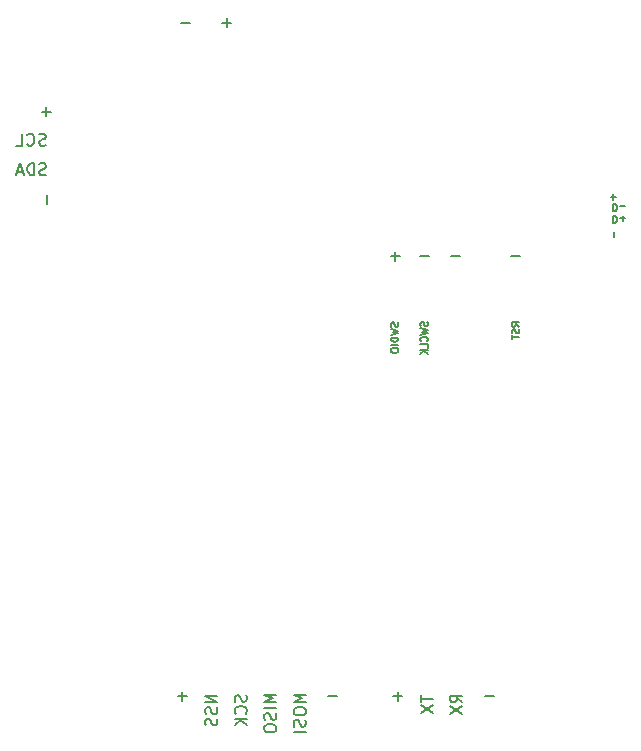
<source format=gbr>
%TF.GenerationSoftware,KiCad,Pcbnew,(5.1.9)-1*%
%TF.CreationDate,2021-01-20T19:31:44-08:00*%
%TF.ProjectId,STM32_BOB,53544d33-325f-4424-9f42-2e6b69636164,rev?*%
%TF.SameCoordinates,Original*%
%TF.FileFunction,Legend,Bot*%
%TF.FilePolarity,Positive*%
%FSLAX46Y46*%
G04 Gerber Fmt 4.6, Leading zero omitted, Abs format (unit mm)*
G04 Created by KiCad (PCBNEW (5.1.9)-1) date 2021-01-20 19:31:44*
%MOMM*%
%LPD*%
G01*
G04 APERTURE LIST*
%ADD10C,0.150000*%
G04 APERTURE END LIST*
D10*
X132242857Y-90928571D02*
X132271428Y-91014285D01*
X132271428Y-91157142D01*
X132242857Y-91214285D01*
X132214285Y-91242857D01*
X132157142Y-91271428D01*
X132100000Y-91271428D01*
X132042857Y-91242857D01*
X132014285Y-91214285D01*
X131985714Y-91157142D01*
X131957142Y-91042857D01*
X131928571Y-90985714D01*
X131900000Y-90957142D01*
X131842857Y-90928571D01*
X131785714Y-90928571D01*
X131728571Y-90957142D01*
X131700000Y-90985714D01*
X131671428Y-91042857D01*
X131671428Y-91185714D01*
X131700000Y-91271428D01*
X131671428Y-91471428D02*
X132271428Y-91614285D01*
X131842857Y-91728571D01*
X132271428Y-91842857D01*
X131671428Y-91985714D01*
X132271428Y-92214285D02*
X131671428Y-92214285D01*
X131671428Y-92357142D01*
X131700000Y-92442857D01*
X131757142Y-92500000D01*
X131814285Y-92528571D01*
X131928571Y-92557142D01*
X132014285Y-92557142D01*
X132128571Y-92528571D01*
X132185714Y-92500000D01*
X132242857Y-92442857D01*
X132271428Y-92357142D01*
X132271428Y-92214285D01*
X132271428Y-92814285D02*
X131671428Y-92814285D01*
X131671428Y-93214285D02*
X131671428Y-93328571D01*
X131700000Y-93385714D01*
X131757142Y-93442857D01*
X131871428Y-93471428D01*
X132071428Y-93471428D01*
X132185714Y-93442857D01*
X132242857Y-93385714D01*
X132271428Y-93328571D01*
X132271428Y-93214285D01*
X132242857Y-93157142D01*
X132185714Y-93100000D01*
X132071428Y-93071428D01*
X131871428Y-93071428D01*
X131757142Y-93100000D01*
X131700000Y-93157142D01*
X131671428Y-93214285D01*
X134742857Y-90892857D02*
X134771428Y-90978571D01*
X134771428Y-91121428D01*
X134742857Y-91178571D01*
X134714285Y-91207142D01*
X134657142Y-91235714D01*
X134600000Y-91235714D01*
X134542857Y-91207142D01*
X134514285Y-91178571D01*
X134485714Y-91121428D01*
X134457142Y-91007142D01*
X134428571Y-90950000D01*
X134400000Y-90921428D01*
X134342857Y-90892857D01*
X134285714Y-90892857D01*
X134228571Y-90921428D01*
X134200000Y-90950000D01*
X134171428Y-91007142D01*
X134171428Y-91150000D01*
X134200000Y-91235714D01*
X134171428Y-91435714D02*
X134771428Y-91578571D01*
X134342857Y-91692857D01*
X134771428Y-91807142D01*
X134171428Y-91950000D01*
X134714285Y-92521428D02*
X134742857Y-92492857D01*
X134771428Y-92407142D01*
X134771428Y-92350000D01*
X134742857Y-92264285D01*
X134685714Y-92207142D01*
X134628571Y-92178571D01*
X134514285Y-92150000D01*
X134428571Y-92150000D01*
X134314285Y-92178571D01*
X134257142Y-92207142D01*
X134200000Y-92264285D01*
X134171428Y-92350000D01*
X134171428Y-92407142D01*
X134200000Y-92492857D01*
X134228571Y-92521428D01*
X134771428Y-93064285D02*
X134771428Y-92778571D01*
X134171428Y-92778571D01*
X134771428Y-93264285D02*
X134171428Y-93264285D01*
X134771428Y-93607142D02*
X134428571Y-93350000D01*
X134171428Y-93607142D02*
X134514285Y-93264285D01*
X142521428Y-91271428D02*
X142235714Y-91071428D01*
X142521428Y-90928571D02*
X141921428Y-90928571D01*
X141921428Y-91157142D01*
X141950000Y-91214285D01*
X141978571Y-91242857D01*
X142035714Y-91271428D01*
X142121428Y-91271428D01*
X142178571Y-91242857D01*
X142207142Y-91214285D01*
X142235714Y-91157142D01*
X142235714Y-90928571D01*
X142492857Y-91500000D02*
X142521428Y-91585714D01*
X142521428Y-91728571D01*
X142492857Y-91785714D01*
X142464285Y-91814285D01*
X142407142Y-91842857D01*
X142350000Y-91842857D01*
X142292857Y-91814285D01*
X142264285Y-91785714D01*
X142235714Y-91728571D01*
X142207142Y-91614285D01*
X142178571Y-91557142D01*
X142150000Y-91528571D01*
X142092857Y-91500000D01*
X142035714Y-91500000D01*
X141978571Y-91528571D01*
X141950000Y-91557142D01*
X141921428Y-91614285D01*
X141921428Y-91757142D01*
X141950000Y-91842857D01*
X141921428Y-92014285D02*
X141921428Y-92357142D01*
X142521428Y-92185714D02*
X141921428Y-92185714D01*
X134930952Y-85321428D02*
X134169047Y-85321428D01*
X142580952Y-85321428D02*
X141819047Y-85321428D01*
X137480952Y-85321428D02*
X136719047Y-85321428D01*
X132430952Y-85321428D02*
X131669047Y-85321428D01*
X132050000Y-85702380D02*
X132050000Y-84940476D01*
X150471428Y-81878571D02*
X150471428Y-82478571D01*
X150614285Y-82478571D01*
X150700000Y-82450000D01*
X150757142Y-82392857D01*
X150785714Y-82335714D01*
X150814285Y-82221428D01*
X150814285Y-82135714D01*
X150785714Y-82021428D01*
X150757142Y-81964285D01*
X150700000Y-81907142D01*
X150614285Y-81878571D01*
X150471428Y-81878571D01*
X151071428Y-82107142D02*
X151528571Y-82107142D01*
X151300000Y-81878571D02*
X151300000Y-82335714D01*
X150471428Y-80878571D02*
X150471428Y-81478571D01*
X150614285Y-81478571D01*
X150700000Y-81450000D01*
X150757142Y-81392857D01*
X150785714Y-81335714D01*
X150814285Y-81221428D01*
X150814285Y-81135714D01*
X150785714Y-81021428D01*
X150757142Y-80964285D01*
X150700000Y-80907142D01*
X150614285Y-80878571D01*
X150471428Y-80878571D01*
X151071428Y-81107142D02*
X151528571Y-81107142D01*
X102440476Y-75904761D02*
X102297619Y-75952380D01*
X102059523Y-75952380D01*
X101964285Y-75904761D01*
X101916666Y-75857142D01*
X101869047Y-75761904D01*
X101869047Y-75666666D01*
X101916666Y-75571428D01*
X101964285Y-75523809D01*
X102059523Y-75476190D01*
X102250000Y-75428571D01*
X102345238Y-75380952D01*
X102392857Y-75333333D01*
X102440476Y-75238095D01*
X102440476Y-75142857D01*
X102392857Y-75047619D01*
X102345238Y-75000000D01*
X102250000Y-74952380D01*
X102011904Y-74952380D01*
X101869047Y-75000000D01*
X100869047Y-75857142D02*
X100916666Y-75904761D01*
X101059523Y-75952380D01*
X101154761Y-75952380D01*
X101297619Y-75904761D01*
X101392857Y-75809523D01*
X101440476Y-75714285D01*
X101488095Y-75523809D01*
X101488095Y-75380952D01*
X101440476Y-75190476D01*
X101392857Y-75095238D01*
X101297619Y-75000000D01*
X101154761Y-74952380D01*
X101059523Y-74952380D01*
X100916666Y-75000000D01*
X100869047Y-75047619D01*
X99964285Y-75952380D02*
X100440476Y-75952380D01*
X100440476Y-74952380D01*
X102464285Y-78404761D02*
X102321428Y-78452380D01*
X102083333Y-78452380D01*
X101988095Y-78404761D01*
X101940476Y-78357142D01*
X101892857Y-78261904D01*
X101892857Y-78166666D01*
X101940476Y-78071428D01*
X101988095Y-78023809D01*
X102083333Y-77976190D01*
X102273809Y-77928571D01*
X102369047Y-77880952D01*
X102416666Y-77833333D01*
X102464285Y-77738095D01*
X102464285Y-77642857D01*
X102416666Y-77547619D01*
X102369047Y-77500000D01*
X102273809Y-77452380D01*
X102035714Y-77452380D01*
X101892857Y-77500000D01*
X101464285Y-78452380D02*
X101464285Y-77452380D01*
X101226190Y-77452380D01*
X101083333Y-77500000D01*
X100988095Y-77595238D01*
X100940476Y-77690476D01*
X100892857Y-77880952D01*
X100892857Y-78023809D01*
X100940476Y-78214285D01*
X100988095Y-78309523D01*
X101083333Y-78404761D01*
X101226190Y-78452380D01*
X101464285Y-78452380D01*
X100511904Y-78166666D02*
X100035714Y-78166666D01*
X100607142Y-78452380D02*
X100273809Y-77452380D01*
X99940476Y-78452380D01*
X116952380Y-122511904D02*
X115952380Y-122511904D01*
X116952380Y-123083333D01*
X115952380Y-123083333D01*
X116904761Y-123511904D02*
X116952380Y-123654761D01*
X116952380Y-123892857D01*
X116904761Y-123988095D01*
X116857142Y-124035714D01*
X116761904Y-124083333D01*
X116666666Y-124083333D01*
X116571428Y-124035714D01*
X116523809Y-123988095D01*
X116476190Y-123892857D01*
X116428571Y-123702380D01*
X116380952Y-123607142D01*
X116333333Y-123559523D01*
X116238095Y-123511904D01*
X116142857Y-123511904D01*
X116047619Y-123559523D01*
X116000000Y-123607142D01*
X115952380Y-123702380D01*
X115952380Y-123940476D01*
X116000000Y-124083333D01*
X116904761Y-124464285D02*
X116952380Y-124607142D01*
X116952380Y-124845238D01*
X116904761Y-124940476D01*
X116857142Y-124988095D01*
X116761904Y-125035714D01*
X116666666Y-125035714D01*
X116571428Y-124988095D01*
X116523809Y-124940476D01*
X116476190Y-124845238D01*
X116428571Y-124654761D01*
X116380952Y-124559523D01*
X116333333Y-124511904D01*
X116238095Y-124464285D01*
X116142857Y-124464285D01*
X116047619Y-124511904D01*
X116000000Y-124559523D01*
X115952380Y-124654761D01*
X115952380Y-124892857D01*
X116000000Y-125035714D01*
X119404761Y-122464285D02*
X119452380Y-122607142D01*
X119452380Y-122845238D01*
X119404761Y-122940476D01*
X119357142Y-122988095D01*
X119261904Y-123035714D01*
X119166666Y-123035714D01*
X119071428Y-122988095D01*
X119023809Y-122940476D01*
X118976190Y-122845238D01*
X118928571Y-122654761D01*
X118880952Y-122559523D01*
X118833333Y-122511904D01*
X118738095Y-122464285D01*
X118642857Y-122464285D01*
X118547619Y-122511904D01*
X118500000Y-122559523D01*
X118452380Y-122654761D01*
X118452380Y-122892857D01*
X118500000Y-123035714D01*
X119357142Y-124035714D02*
X119404761Y-123988095D01*
X119452380Y-123845238D01*
X119452380Y-123750000D01*
X119404761Y-123607142D01*
X119309523Y-123511904D01*
X119214285Y-123464285D01*
X119023809Y-123416666D01*
X118880952Y-123416666D01*
X118690476Y-123464285D01*
X118595238Y-123511904D01*
X118500000Y-123607142D01*
X118452380Y-123750000D01*
X118452380Y-123845238D01*
X118500000Y-123988095D01*
X118547619Y-124035714D01*
X119452380Y-124464285D02*
X118452380Y-124464285D01*
X119452380Y-125035714D02*
X118880952Y-124607142D01*
X118452380Y-125035714D02*
X119023809Y-124464285D01*
X121952380Y-122428571D02*
X120952380Y-122428571D01*
X121666666Y-122761904D01*
X120952380Y-123095238D01*
X121952380Y-123095238D01*
X121952380Y-123571428D02*
X120952380Y-123571428D01*
X121904761Y-124000000D02*
X121952380Y-124142857D01*
X121952380Y-124380952D01*
X121904761Y-124476190D01*
X121857142Y-124523809D01*
X121761904Y-124571428D01*
X121666666Y-124571428D01*
X121571428Y-124523809D01*
X121523809Y-124476190D01*
X121476190Y-124380952D01*
X121428571Y-124190476D01*
X121380952Y-124095238D01*
X121333333Y-124047619D01*
X121238095Y-124000000D01*
X121142857Y-124000000D01*
X121047619Y-124047619D01*
X121000000Y-124095238D01*
X120952380Y-124190476D01*
X120952380Y-124428571D01*
X121000000Y-124571428D01*
X120952380Y-125190476D02*
X120952380Y-125380952D01*
X121000000Y-125476190D01*
X121095238Y-125571428D01*
X121285714Y-125619047D01*
X121619047Y-125619047D01*
X121809523Y-125571428D01*
X121904761Y-125476190D01*
X121952380Y-125380952D01*
X121952380Y-125190476D01*
X121904761Y-125095238D01*
X121809523Y-125000000D01*
X121619047Y-124952380D01*
X121285714Y-124952380D01*
X121095238Y-125000000D01*
X121000000Y-125095238D01*
X120952380Y-125190476D01*
X124452380Y-122428571D02*
X123452380Y-122428571D01*
X124166666Y-122761904D01*
X123452380Y-123095238D01*
X124452380Y-123095238D01*
X123452380Y-123761904D02*
X123452380Y-123952380D01*
X123500000Y-124047619D01*
X123595238Y-124142857D01*
X123785714Y-124190476D01*
X124119047Y-124190476D01*
X124309523Y-124142857D01*
X124404761Y-124047619D01*
X124452380Y-123952380D01*
X124452380Y-123761904D01*
X124404761Y-123666666D01*
X124309523Y-123571428D01*
X124119047Y-123523809D01*
X123785714Y-123523809D01*
X123595238Y-123571428D01*
X123500000Y-123666666D01*
X123452380Y-123761904D01*
X124404761Y-124571428D02*
X124452380Y-124714285D01*
X124452380Y-124952380D01*
X124404761Y-125047619D01*
X124357142Y-125095238D01*
X124261904Y-125142857D01*
X124166666Y-125142857D01*
X124071428Y-125095238D01*
X124023809Y-125047619D01*
X123976190Y-124952380D01*
X123928571Y-124761904D01*
X123880952Y-124666666D01*
X123833333Y-124619047D01*
X123738095Y-124571428D01*
X123642857Y-124571428D01*
X123547619Y-124619047D01*
X123500000Y-124666666D01*
X123452380Y-124761904D01*
X123452380Y-125000000D01*
X123500000Y-125142857D01*
X124452380Y-125571428D02*
X123452380Y-125571428D01*
X134202380Y-122488095D02*
X134202380Y-123059523D01*
X135202380Y-122773809D02*
X134202380Y-122773809D01*
X134202380Y-123297619D02*
X135202380Y-123964285D01*
X134202380Y-123964285D02*
X135202380Y-123297619D01*
X137702380Y-123083333D02*
X137226190Y-122750000D01*
X137702380Y-122511904D02*
X136702380Y-122511904D01*
X136702380Y-122892857D01*
X136750000Y-122988095D01*
X136797619Y-123035714D01*
X136892857Y-123083333D01*
X137035714Y-123083333D01*
X137130952Y-123035714D01*
X137178571Y-122988095D01*
X137226190Y-122892857D01*
X137226190Y-122511904D01*
X136702380Y-123416666D02*
X137702380Y-124083333D01*
X136702380Y-124083333D02*
X137702380Y-123416666D01*
X102880952Y-73071428D02*
X102119047Y-73071428D01*
X102500000Y-73452380D02*
X102500000Y-72690476D01*
X102571428Y-80119047D02*
X102571428Y-80880952D01*
X127130952Y-122571428D02*
X126369047Y-122571428D01*
X114380952Y-122571428D02*
X113619047Y-122571428D01*
X114000000Y-122952380D02*
X114000000Y-122190476D01*
X140380952Y-122571428D02*
X139619047Y-122571428D01*
X132630952Y-122571428D02*
X131869047Y-122571428D01*
X132250000Y-122952380D02*
X132250000Y-122190476D01*
X150542857Y-83271428D02*
X150542857Y-83728571D01*
X150728571Y-80292857D02*
X150271428Y-80292857D01*
X150500000Y-80521428D02*
X150500000Y-80064285D01*
X118130952Y-65571428D02*
X117369047Y-65571428D01*
X117750000Y-65952380D02*
X117750000Y-65190476D01*
X114630952Y-65571428D02*
X113869047Y-65571428D01*
M02*

</source>
